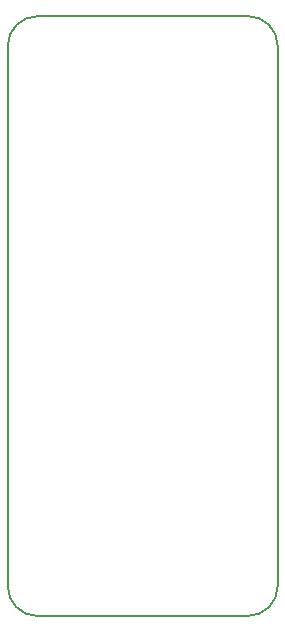
<source format=gm1>
G04 #@! TF.GenerationSoftware,KiCad,Pcbnew,(5.1.5)-2*
G04 #@! TF.CreationDate,2019-12-16T23:28:57+01:00*
G04 #@! TF.ProjectId,Penguino-Feather-4260-v1,50656e67-7569-46e6-9f2d-466561746865,1.1*
G04 #@! TF.SameCoordinates,Original*
G04 #@! TF.FileFunction,Profile,NP*
%FSLAX46Y46*%
G04 Gerber Fmt 4.6, Leading zero omitted, Abs format (unit mm)*
G04 Created by KiCad (PCBNEW (5.1.5)-2) date 2019-12-16 23:28:57*
%MOMM*%
%LPD*%
G04 APERTURE LIST*
%ADD10C,0.150000*%
G04 APERTURE END LIST*
D10*
X127000000Y-119380000D02*
G75*
G02X124460000Y-116840000I0J2540000D01*
G01*
X147320000Y-116840000D02*
G75*
G02X144780000Y-119380000I-2540000J0D01*
G01*
X144780000Y-68580000D02*
G75*
G02X147320000Y-71120000I0J-2540000D01*
G01*
X124460000Y-71120000D02*
G75*
G02X127000000Y-68580000I2540000J0D01*
G01*
X124460000Y-116840000D02*
X124460000Y-71120000D01*
X144780000Y-119380000D02*
X127000000Y-119380000D01*
X147320000Y-71120000D02*
X147320000Y-116840000D01*
X127000000Y-68580000D02*
X144780000Y-68580000D01*
M02*

</source>
